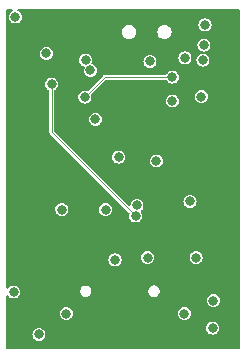
<source format=gbr>
%TF.GenerationSoftware,KiCad,Pcbnew,7.0.9-7.0.9~ubuntu22.04.1*%
%TF.CreationDate,2023-12-12T12:02:25+02:00*%
%TF.ProjectId,Haply_EE,4861706c-795f-4454-952e-6b696361645f,rev?*%
%TF.SameCoordinates,Original*%
%TF.FileFunction,Copper,L2,Inr*%
%TF.FilePolarity,Positive*%
%FSLAX46Y46*%
G04 Gerber Fmt 4.6, Leading zero omitted, Abs format (unit mm)*
G04 Created by KiCad (PCBNEW 7.0.9-7.0.9~ubuntu22.04.1) date 2023-12-12 12:02:25*
%MOMM*%
%LPD*%
G01*
G04 APERTURE LIST*
%TA.AperFunction,ViaPad*%
%ADD10C,0.800000*%
%TD*%
%TA.AperFunction,Conductor*%
%ADD11C,0.100000*%
%TD*%
G04 APERTURE END LIST*
D10*
%TO.N,/SCL*%
X137108600Y-98614200D03*
%TO.N,GND*%
X138060000Y-115534500D03*
X131195200Y-115711400D03*
X130400800Y-111462900D03*
X134687700Y-107328600D03*
X138805700Y-95822100D03*
X126688400Y-111451000D03*
X122744500Y-95145000D03*
X131500000Y-107000000D03*
X134145700Y-98902900D03*
X129104100Y-99677200D03*
X122616100Y-118423000D03*
X129522400Y-103801300D03*
X136042100Y-102250000D03*
X139512200Y-119159000D03*
X133952500Y-115534500D03*
X127058400Y-120258100D03*
X125380200Y-98234900D03*
X137061600Y-120258100D03*
X124741800Y-122018400D03*
%TO.N,VCC*%
X130000000Y-107000000D03*
X129000000Y-119500000D03*
%TO.N,/3V3*%
X138500000Y-101900000D03*
X138712500Y-97534200D03*
%TO.N,/EN*%
X138630000Y-98804200D03*
%TO.N,/GPIO_0*%
X137539500Y-110753800D03*
%TO.N,/CH_TX*%
X125834500Y-100836800D03*
X132948900Y-111988800D03*
%TO.N,/CH_RX*%
X133042000Y-111086800D03*
%TO.N,/SDA*%
X128694300Y-98792500D03*
%TO.N,Net-(Q1-D)*%
X139448400Y-121485600D03*
%TO.N,Net-(C5-Pad1)*%
X128635500Y-101936800D03*
X136042100Y-100242800D03*
%TD*%
D11*
%TO.N,/CH_TX*%
X125834500Y-104874400D02*
X132948900Y-111988800D01*
X125834500Y-100836800D02*
X125834500Y-104874400D01*
%TO.N,Net-(C5-Pad1)*%
X130329500Y-100242800D02*
X128635500Y-101936800D01*
X136042100Y-100242800D02*
X130329500Y-100242800D01*
%TD*%
%TA.AperFunction,Conductor*%
%TO.N,VCC*%
G36*
X122537479Y-94517813D02*
G01*
X122562789Y-94561650D01*
X122553999Y-94611500D01*
X122518231Y-94642867D01*
X122466876Y-94664138D01*
X122351879Y-94752379D01*
X122263638Y-94867376D01*
X122208169Y-95001291D01*
X122189250Y-95145000D01*
X122208169Y-95288708D01*
X122229928Y-95341239D01*
X122263639Y-95422625D01*
X122351879Y-95537621D01*
X122466875Y-95625861D01*
X122600791Y-95681330D01*
X122744500Y-95700250D01*
X122888209Y-95681330D01*
X123022125Y-95625861D01*
X123137121Y-95537621D01*
X123225361Y-95422625D01*
X123280830Y-95288709D01*
X123299750Y-95145000D01*
X123280830Y-95001291D01*
X123225361Y-94867375D01*
X123137121Y-94752379D01*
X123022125Y-94664139D01*
X122970768Y-94642866D01*
X122933448Y-94608670D01*
X122926841Y-94558484D01*
X122954038Y-94515792D01*
X122999087Y-94500500D01*
X141675500Y-94500500D01*
X141723066Y-94517813D01*
X141748376Y-94561650D01*
X141749500Y-94574500D01*
X141749500Y-123175500D01*
X141732187Y-123223066D01*
X141688350Y-123248376D01*
X141675500Y-123249500D01*
X122074500Y-123249500D01*
X122026934Y-123232187D01*
X122001624Y-123188350D01*
X122000500Y-123175500D01*
X122000500Y-122018400D01*
X124186550Y-122018400D01*
X124205469Y-122162108D01*
X124260938Y-122296023D01*
X124260939Y-122296025D01*
X124349179Y-122411021D01*
X124464175Y-122499261D01*
X124598091Y-122554730D01*
X124741800Y-122573650D01*
X124885509Y-122554730D01*
X125019425Y-122499261D01*
X125134421Y-122411021D01*
X125222661Y-122296025D01*
X125278130Y-122162109D01*
X125297050Y-122018400D01*
X125278130Y-121874691D01*
X125222661Y-121740775D01*
X125134421Y-121625779D01*
X125019425Y-121537539D01*
X125019423Y-121537538D01*
X124894033Y-121485600D01*
X138893150Y-121485600D01*
X138912069Y-121629308D01*
X138958240Y-121740775D01*
X138967539Y-121763225D01*
X139055779Y-121878221D01*
X139170775Y-121966461D01*
X139304691Y-122021930D01*
X139448400Y-122040850D01*
X139592109Y-122021930D01*
X139726025Y-121966461D01*
X139841021Y-121878221D01*
X139929261Y-121763225D01*
X139984730Y-121629309D01*
X140003650Y-121485600D01*
X139984730Y-121341891D01*
X139929261Y-121207975D01*
X139841021Y-121092979D01*
X139726025Y-121004739D01*
X139726023Y-121004738D01*
X139592108Y-120949269D01*
X139448400Y-120930350D01*
X139304691Y-120949269D01*
X139170776Y-121004738D01*
X139055779Y-121092979D01*
X138967538Y-121207976D01*
X138912069Y-121341891D01*
X138893150Y-121485600D01*
X124894033Y-121485600D01*
X124885508Y-121482069D01*
X124741800Y-121463150D01*
X124598091Y-121482069D01*
X124464176Y-121537538D01*
X124349179Y-121625779D01*
X124260938Y-121740776D01*
X124205469Y-121874691D01*
X124186550Y-122018400D01*
X122000500Y-122018400D01*
X122000500Y-120258100D01*
X126503150Y-120258100D01*
X126522069Y-120401808D01*
X126577538Y-120535723D01*
X126577539Y-120535725D01*
X126665779Y-120650721D01*
X126780775Y-120738961D01*
X126914691Y-120794430D01*
X127058400Y-120813350D01*
X127202109Y-120794430D01*
X127336025Y-120738961D01*
X127451021Y-120650721D01*
X127539261Y-120535725D01*
X127594730Y-120401809D01*
X127613650Y-120258100D01*
X136506350Y-120258100D01*
X136525269Y-120401808D01*
X136580738Y-120535723D01*
X136580739Y-120535725D01*
X136668979Y-120650721D01*
X136783975Y-120738961D01*
X136917891Y-120794430D01*
X137061600Y-120813350D01*
X137205309Y-120794430D01*
X137339225Y-120738961D01*
X137454221Y-120650721D01*
X137542461Y-120535725D01*
X137597930Y-120401809D01*
X137616850Y-120258100D01*
X137597930Y-120114391D01*
X137542461Y-119980475D01*
X137454221Y-119865479D01*
X137339225Y-119777239D01*
X137339223Y-119777238D01*
X137205308Y-119721769D01*
X137061600Y-119702850D01*
X136917891Y-119721769D01*
X136783976Y-119777238D01*
X136668979Y-119865479D01*
X136580738Y-119980476D01*
X136525269Y-120114391D01*
X136506350Y-120258100D01*
X127613650Y-120258100D01*
X127594730Y-120114391D01*
X127539261Y-119980475D01*
X127451021Y-119865479D01*
X127336025Y-119777239D01*
X127336023Y-119777238D01*
X127202108Y-119721769D01*
X127058400Y-119702850D01*
X126914691Y-119721769D01*
X126780776Y-119777238D01*
X126665779Y-119865479D01*
X126577538Y-119980476D01*
X126522069Y-120114391D01*
X126503150Y-120258100D01*
X122000500Y-120258100D01*
X122000500Y-119159000D01*
X138956950Y-119159000D01*
X138975869Y-119302708D01*
X139031338Y-119436623D01*
X139031339Y-119436625D01*
X139119579Y-119551621D01*
X139234575Y-119639861D01*
X139368491Y-119695330D01*
X139512200Y-119714250D01*
X139655909Y-119695330D01*
X139789825Y-119639861D01*
X139904821Y-119551621D01*
X139993061Y-119436625D01*
X140048530Y-119302709D01*
X140067450Y-119159000D01*
X140048530Y-119015291D01*
X139993061Y-118881375D01*
X139904821Y-118766379D01*
X139789825Y-118678139D01*
X139789823Y-118678138D01*
X139655908Y-118622669D01*
X139512200Y-118603750D01*
X139368491Y-118622669D01*
X139234576Y-118678138D01*
X139119579Y-118766379D01*
X139031338Y-118881376D01*
X138975869Y-119015291D01*
X138956950Y-119159000D01*
X122000500Y-119159000D01*
X122000500Y-118743026D01*
X122017813Y-118695460D01*
X122061650Y-118670150D01*
X122111500Y-118678940D01*
X122133208Y-118697977D01*
X122135237Y-118700622D01*
X122135239Y-118700625D01*
X122223479Y-118815621D01*
X122338475Y-118903861D01*
X122472391Y-118959330D01*
X122616100Y-118978250D01*
X122759809Y-118959330D01*
X122893725Y-118903861D01*
X123008721Y-118815621D01*
X123096961Y-118700625D01*
X123152430Y-118566709D01*
X123171170Y-118424369D01*
X128236500Y-118424369D01*
X128275021Y-118555560D01*
X128275022Y-118555561D01*
X128305991Y-118603750D01*
X128348662Y-118670150D01*
X128348945Y-118670589D01*
X128452282Y-118760130D01*
X128576658Y-118816931D01*
X128677989Y-118831500D01*
X128677995Y-118831500D01*
X128746005Y-118831500D01*
X128746011Y-118831500D01*
X128847342Y-118816931D01*
X128971718Y-118760130D01*
X129075055Y-118670589D01*
X129148978Y-118555561D01*
X129161818Y-118511829D01*
X129187500Y-118424369D01*
X134016500Y-118424369D01*
X134055021Y-118555560D01*
X134055022Y-118555561D01*
X134085991Y-118603750D01*
X134128662Y-118670150D01*
X134128945Y-118670589D01*
X134232282Y-118760130D01*
X134356658Y-118816931D01*
X134457989Y-118831500D01*
X134457995Y-118831500D01*
X134526005Y-118831500D01*
X134526011Y-118831500D01*
X134627342Y-118816931D01*
X134751718Y-118760130D01*
X134855055Y-118670589D01*
X134928978Y-118555561D01*
X134941818Y-118511829D01*
X134967500Y-118424369D01*
X134967500Y-118287630D01*
X134928978Y-118156439D01*
X134855055Y-118041411D01*
X134751718Y-117951870D01*
X134627342Y-117895069D01*
X134627340Y-117895068D01*
X134627339Y-117895068D01*
X134526015Y-117880500D01*
X134526011Y-117880500D01*
X134457989Y-117880500D01*
X134457984Y-117880500D01*
X134356660Y-117895068D01*
X134232280Y-117951871D01*
X134128942Y-118041414D01*
X134055023Y-118156437D01*
X134055021Y-118156439D01*
X134016500Y-118287630D01*
X134016500Y-118424369D01*
X129187500Y-118424369D01*
X129187500Y-118287630D01*
X129148978Y-118156439D01*
X129075055Y-118041411D01*
X128971718Y-117951870D01*
X128847342Y-117895069D01*
X128847340Y-117895068D01*
X128847339Y-117895068D01*
X128746015Y-117880500D01*
X128746011Y-117880500D01*
X128677989Y-117880500D01*
X128677984Y-117880500D01*
X128576660Y-117895068D01*
X128452280Y-117951871D01*
X128348942Y-118041414D01*
X128275023Y-118156437D01*
X128275021Y-118156439D01*
X128236500Y-118287630D01*
X128236500Y-118424369D01*
X123171170Y-118424369D01*
X123171350Y-118423000D01*
X123152430Y-118279291D01*
X123096961Y-118145375D01*
X123008721Y-118030379D01*
X122893725Y-117942139D01*
X122893723Y-117942138D01*
X122759808Y-117886669D01*
X122616100Y-117867750D01*
X122472391Y-117886669D01*
X122338476Y-117942138D01*
X122223479Y-118030379D01*
X122133208Y-118148022D01*
X122090516Y-118175219D01*
X122040330Y-118168612D01*
X122006133Y-118131291D01*
X122000500Y-118102973D01*
X122000500Y-115711400D01*
X130639950Y-115711400D01*
X130658869Y-115855108D01*
X130688697Y-115927120D01*
X130714339Y-115989025D01*
X130802579Y-116104021D01*
X130917575Y-116192261D01*
X131051491Y-116247730D01*
X131195200Y-116266650D01*
X131338909Y-116247730D01*
X131472825Y-116192261D01*
X131587821Y-116104021D01*
X131676061Y-115989025D01*
X131731530Y-115855109D01*
X131750450Y-115711400D01*
X131731530Y-115567691D01*
X131717782Y-115534500D01*
X133397250Y-115534500D01*
X133416169Y-115678208D01*
X133471638Y-115812123D01*
X133471639Y-115812125D01*
X133559879Y-115927121D01*
X133674875Y-116015361D01*
X133808791Y-116070830D01*
X133952500Y-116089750D01*
X134096209Y-116070830D01*
X134230125Y-116015361D01*
X134345121Y-115927121D01*
X134433361Y-115812125D01*
X134488830Y-115678209D01*
X134507750Y-115534500D01*
X137504750Y-115534500D01*
X137523669Y-115678208D01*
X137579138Y-115812123D01*
X137579139Y-115812125D01*
X137667379Y-115927121D01*
X137782375Y-116015361D01*
X137916291Y-116070830D01*
X138060000Y-116089750D01*
X138203709Y-116070830D01*
X138337625Y-116015361D01*
X138452621Y-115927121D01*
X138540861Y-115812125D01*
X138596330Y-115678209D01*
X138615250Y-115534500D01*
X138596330Y-115390791D01*
X138540861Y-115256875D01*
X138452621Y-115141879D01*
X138337625Y-115053639D01*
X138337623Y-115053638D01*
X138203708Y-114998169D01*
X138060000Y-114979250D01*
X137916291Y-114998169D01*
X137782376Y-115053638D01*
X137667379Y-115141879D01*
X137579138Y-115256876D01*
X137523669Y-115390791D01*
X137504750Y-115534500D01*
X134507750Y-115534500D01*
X134488830Y-115390791D01*
X134433361Y-115256875D01*
X134345121Y-115141879D01*
X134230125Y-115053639D01*
X134230123Y-115053638D01*
X134096208Y-114998169D01*
X133952500Y-114979250D01*
X133808791Y-114998169D01*
X133674876Y-115053638D01*
X133559879Y-115141879D01*
X133471638Y-115256876D01*
X133416169Y-115390791D01*
X133397250Y-115534500D01*
X131717782Y-115534500D01*
X131676061Y-115433775D01*
X131587821Y-115318779D01*
X131472825Y-115230539D01*
X131472823Y-115230538D01*
X131338908Y-115175069D01*
X131195200Y-115156150D01*
X131051491Y-115175069D01*
X130917576Y-115230538D01*
X130802579Y-115318779D01*
X130714338Y-115433776D01*
X130658869Y-115567691D01*
X130639950Y-115711400D01*
X122000500Y-115711400D01*
X122000500Y-111451000D01*
X126133150Y-111451000D01*
X126152069Y-111594708D01*
X126156999Y-111606609D01*
X126207539Y-111728625D01*
X126295779Y-111843621D01*
X126410775Y-111931861D01*
X126544691Y-111987330D01*
X126688400Y-112006250D01*
X126832109Y-111987330D01*
X126966025Y-111931861D01*
X127081021Y-111843621D01*
X127169261Y-111728625D01*
X127224730Y-111594709D01*
X127242083Y-111462900D01*
X129845550Y-111462900D01*
X129864469Y-111606608D01*
X129872652Y-111626363D01*
X129919939Y-111740525D01*
X130008179Y-111855521D01*
X130123175Y-111943761D01*
X130257091Y-111999230D01*
X130400800Y-112018150D01*
X130544509Y-111999230D01*
X130678425Y-111943761D01*
X130793421Y-111855521D01*
X130881661Y-111740525D01*
X130937130Y-111606609D01*
X130956050Y-111462900D01*
X130937130Y-111319191D01*
X130881661Y-111185275D01*
X130793421Y-111070279D01*
X130678425Y-110982039D01*
X130678423Y-110982038D01*
X130544508Y-110926569D01*
X130400800Y-110907650D01*
X130257091Y-110926569D01*
X130123176Y-110982038D01*
X130008179Y-111070279D01*
X129919938Y-111185276D01*
X129864469Y-111319191D01*
X129845550Y-111462900D01*
X127242083Y-111462900D01*
X127243650Y-111451000D01*
X127224730Y-111307291D01*
X127169261Y-111173375D01*
X127081021Y-111058379D01*
X126966025Y-110970139D01*
X126966023Y-110970138D01*
X126832108Y-110914669D01*
X126688400Y-110895750D01*
X126544691Y-110914669D01*
X126410776Y-110970138D01*
X126295779Y-111058379D01*
X126207538Y-111173376D01*
X126152069Y-111307291D01*
X126133150Y-111451000D01*
X122000500Y-111451000D01*
X122000500Y-100836800D01*
X125279250Y-100836800D01*
X125298169Y-100980508D01*
X125353638Y-101114423D01*
X125353639Y-101114425D01*
X125441879Y-101229421D01*
X125556875Y-101317661D01*
X125588319Y-101330685D01*
X125625638Y-101364880D01*
X125634000Y-101399051D01*
X125634000Y-104827764D01*
X125630431Y-104848772D01*
X125630138Y-104851376D01*
X125633767Y-104883590D01*
X125634000Y-104887735D01*
X125634000Y-104896991D01*
X125636057Y-104906008D01*
X125636752Y-104910098D01*
X125640383Y-104942323D01*
X125641243Y-104944780D01*
X125648084Y-104961294D01*
X125649208Y-104963629D01*
X125669428Y-104988984D01*
X125671828Y-104992366D01*
X125676752Y-105000201D01*
X125683292Y-105006741D01*
X125686058Y-105009837D01*
X125706274Y-105035186D01*
X125706276Y-105035188D01*
X125706277Y-105035188D01*
X125708338Y-105036832D01*
X125725704Y-105049153D01*
X132409553Y-111733002D01*
X132430945Y-111778878D01*
X132425595Y-111813645D01*
X132412569Y-111845093D01*
X132393650Y-111988800D01*
X132412569Y-112132508D01*
X132468038Y-112266423D01*
X132468039Y-112266425D01*
X132556279Y-112381421D01*
X132671275Y-112469661D01*
X132805191Y-112525130D01*
X132948900Y-112544050D01*
X133092609Y-112525130D01*
X133226525Y-112469661D01*
X133341521Y-112381421D01*
X133429761Y-112266425D01*
X133485230Y-112132509D01*
X133504150Y-111988800D01*
X133485230Y-111845091D01*
X133429761Y-111711175D01*
X133364680Y-111626360D01*
X133349459Y-111578087D01*
X133368830Y-111531321D01*
X133378338Y-111522608D01*
X133434621Y-111479421D01*
X133522861Y-111364425D01*
X133578330Y-111230509D01*
X133597250Y-111086800D01*
X133578330Y-110943091D01*
X133522861Y-110809175D01*
X133480370Y-110753800D01*
X136984250Y-110753800D01*
X137003169Y-110897508D01*
X137038183Y-110982039D01*
X137058639Y-111031425D01*
X137146879Y-111146421D01*
X137261875Y-111234661D01*
X137395791Y-111290130D01*
X137539500Y-111309050D01*
X137683209Y-111290130D01*
X137817125Y-111234661D01*
X137932121Y-111146421D01*
X138020361Y-111031425D01*
X138075830Y-110897509D01*
X138094750Y-110753800D01*
X138075830Y-110610091D01*
X138020361Y-110476175D01*
X137932121Y-110361179D01*
X137817125Y-110272939D01*
X137817123Y-110272938D01*
X137683208Y-110217469D01*
X137539500Y-110198550D01*
X137395791Y-110217469D01*
X137261876Y-110272938D01*
X137146879Y-110361179D01*
X137058638Y-110476176D01*
X137003169Y-110610091D01*
X136984250Y-110753800D01*
X133480370Y-110753800D01*
X133434621Y-110694179D01*
X133319625Y-110605939D01*
X133319623Y-110605938D01*
X133185708Y-110550469D01*
X133042000Y-110531550D01*
X132898291Y-110550469D01*
X132764376Y-110605938D01*
X132649379Y-110694179D01*
X132561138Y-110809176D01*
X132505669Y-110943091D01*
X132488153Y-111076144D01*
X132464780Y-111121044D01*
X132418014Y-111140415D01*
X132369738Y-111125193D01*
X132362460Y-111118811D01*
X128243649Y-107000000D01*
X130944750Y-107000000D01*
X130963669Y-107143708D01*
X131019138Y-107277623D01*
X131019139Y-107277625D01*
X131107379Y-107392621D01*
X131222375Y-107480861D01*
X131356291Y-107536330D01*
X131500000Y-107555250D01*
X131643709Y-107536330D01*
X131777625Y-107480861D01*
X131892621Y-107392621D01*
X131941746Y-107328600D01*
X134132450Y-107328600D01*
X134151369Y-107472308D01*
X134206838Y-107606223D01*
X134206839Y-107606225D01*
X134295079Y-107721221D01*
X134410075Y-107809461D01*
X134543991Y-107864930D01*
X134687700Y-107883850D01*
X134831409Y-107864930D01*
X134965325Y-107809461D01*
X135080321Y-107721221D01*
X135168561Y-107606225D01*
X135224030Y-107472309D01*
X135242950Y-107328600D01*
X135224030Y-107184891D01*
X135168561Y-107050975D01*
X135080321Y-106935979D01*
X134965325Y-106847739D01*
X134965323Y-106847738D01*
X134831408Y-106792269D01*
X134687700Y-106773350D01*
X134543991Y-106792269D01*
X134410076Y-106847738D01*
X134295079Y-106935979D01*
X134206838Y-107050976D01*
X134151369Y-107184891D01*
X134132450Y-107328600D01*
X131941746Y-107328600D01*
X131980861Y-107277625D01*
X132036330Y-107143709D01*
X132055250Y-107000000D01*
X132036330Y-106856291D01*
X131980861Y-106722375D01*
X131892621Y-106607379D01*
X131777625Y-106519139D01*
X131777623Y-106519138D01*
X131643708Y-106463669D01*
X131500000Y-106444750D01*
X131356291Y-106463669D01*
X131222376Y-106519138D01*
X131107379Y-106607379D01*
X131019138Y-106722376D01*
X130963669Y-106856291D01*
X130944750Y-107000000D01*
X128243649Y-107000000D01*
X126056674Y-104813025D01*
X126035282Y-104767149D01*
X126035000Y-104760699D01*
X126035000Y-103801300D01*
X128967150Y-103801300D01*
X128986069Y-103945008D01*
X129041538Y-104078923D01*
X129041539Y-104078925D01*
X129129779Y-104193921D01*
X129244775Y-104282161D01*
X129378691Y-104337630D01*
X129522400Y-104356550D01*
X129666109Y-104337630D01*
X129800025Y-104282161D01*
X129915021Y-104193921D01*
X130003261Y-104078925D01*
X130058730Y-103945009D01*
X130077650Y-103801300D01*
X130058730Y-103657591D01*
X130003261Y-103523675D01*
X129915021Y-103408679D01*
X129800025Y-103320439D01*
X129800023Y-103320438D01*
X129666108Y-103264969D01*
X129522400Y-103246050D01*
X129378691Y-103264969D01*
X129244776Y-103320438D01*
X129129779Y-103408679D01*
X129041538Y-103523676D01*
X128986069Y-103657591D01*
X128967150Y-103801300D01*
X126035000Y-103801300D01*
X126035000Y-101936800D01*
X128080250Y-101936800D01*
X128099169Y-102080508D01*
X128109849Y-102106291D01*
X128154639Y-102214425D01*
X128242879Y-102329421D01*
X128357875Y-102417661D01*
X128491791Y-102473130D01*
X128635500Y-102492050D01*
X128779209Y-102473130D01*
X128913125Y-102417661D01*
X129028121Y-102329421D01*
X129089063Y-102250000D01*
X135486850Y-102250000D01*
X135505769Y-102393708D01*
X135561238Y-102527623D01*
X135561239Y-102527625D01*
X135649479Y-102642621D01*
X135764475Y-102730861D01*
X135898391Y-102786330D01*
X136042100Y-102805250D01*
X136185809Y-102786330D01*
X136319725Y-102730861D01*
X136434721Y-102642621D01*
X136522961Y-102527625D01*
X136578430Y-102393709D01*
X136597350Y-102250000D01*
X136578430Y-102106291D01*
X136522961Y-101972375D01*
X136467425Y-101900000D01*
X137944750Y-101900000D01*
X137963669Y-102043708D01*
X137989592Y-102106291D01*
X138019139Y-102177625D01*
X138107379Y-102292621D01*
X138222375Y-102380861D01*
X138356291Y-102436330D01*
X138500000Y-102455250D01*
X138643709Y-102436330D01*
X138777625Y-102380861D01*
X138892621Y-102292621D01*
X138980861Y-102177625D01*
X139036330Y-102043709D01*
X139055250Y-101900000D01*
X139036330Y-101756291D01*
X138980861Y-101622375D01*
X138892621Y-101507379D01*
X138777625Y-101419139D01*
X138777623Y-101419138D01*
X138643708Y-101363669D01*
X138500000Y-101344750D01*
X138356291Y-101363669D01*
X138222376Y-101419138D01*
X138107379Y-101507379D01*
X138019138Y-101622376D01*
X137963669Y-101756291D01*
X137944750Y-101900000D01*
X136467425Y-101900000D01*
X136434721Y-101857379D01*
X136319725Y-101769139D01*
X136319723Y-101769138D01*
X136185808Y-101713669D01*
X136042100Y-101694750D01*
X135898391Y-101713669D01*
X135764476Y-101769138D01*
X135649479Y-101857379D01*
X135561238Y-101972376D01*
X135505769Y-102106291D01*
X135486850Y-102250000D01*
X129089063Y-102250000D01*
X129116361Y-102214425D01*
X129171830Y-102080509D01*
X129190750Y-101936800D01*
X129171830Y-101793091D01*
X129158805Y-101761646D01*
X129156597Y-101711075D01*
X129174844Y-101681003D01*
X130390876Y-100464974D01*
X130436753Y-100443582D01*
X130443202Y-100443300D01*
X135479848Y-100443300D01*
X135527414Y-100460613D01*
X135548213Y-100488978D01*
X135561239Y-100520425D01*
X135649479Y-100635421D01*
X135764475Y-100723661D01*
X135898391Y-100779130D01*
X136042100Y-100798050D01*
X136185809Y-100779130D01*
X136319725Y-100723661D01*
X136434721Y-100635421D01*
X136522961Y-100520425D01*
X136578430Y-100386509D01*
X136597350Y-100242800D01*
X136578430Y-100099091D01*
X136522961Y-99965175D01*
X136434721Y-99850179D01*
X136319725Y-99761939D01*
X136319723Y-99761938D01*
X136185808Y-99706469D01*
X136042100Y-99687550D01*
X135898391Y-99706469D01*
X135764476Y-99761938D01*
X135649479Y-99850179D01*
X135561239Y-99965174D01*
X135557495Y-99974211D01*
X135548214Y-99996620D01*
X135514018Y-100033938D01*
X135479848Y-100042300D01*
X130376138Y-100042300D01*
X130355133Y-100038731D01*
X130352526Y-100038437D01*
X130352524Y-100038437D01*
X130320303Y-100042067D01*
X130316158Y-100042300D01*
X130306907Y-100042300D01*
X130297890Y-100044357D01*
X130293803Y-100045051D01*
X130261575Y-100048683D01*
X130259133Y-100049538D01*
X130242613Y-100056381D01*
X130240266Y-100057511D01*
X130214913Y-100077727D01*
X130211534Y-100080125D01*
X130203703Y-100085047D01*
X130203695Y-100085053D01*
X130197149Y-100091599D01*
X130194057Y-100094362D01*
X130168712Y-100114575D01*
X130167083Y-100116618D01*
X130154748Y-100134001D01*
X128891296Y-101397453D01*
X128845420Y-101418845D01*
X128810652Y-101413494D01*
X128779208Y-101400469D01*
X128635500Y-101381550D01*
X128491791Y-101400469D01*
X128357876Y-101455938D01*
X128242879Y-101544179D01*
X128154638Y-101659176D01*
X128099169Y-101793091D01*
X128080250Y-101936800D01*
X126035000Y-101936800D01*
X126035000Y-101399051D01*
X126052313Y-101351485D01*
X126080679Y-101330685D01*
X126112125Y-101317661D01*
X126227121Y-101229421D01*
X126315361Y-101114425D01*
X126370830Y-100980509D01*
X126389750Y-100836800D01*
X126370830Y-100693091D01*
X126315361Y-100559175D01*
X126227121Y-100444179D01*
X126112125Y-100355939D01*
X126112123Y-100355938D01*
X125978208Y-100300469D01*
X125834500Y-100281550D01*
X125690791Y-100300469D01*
X125556876Y-100355938D01*
X125441879Y-100444179D01*
X125353638Y-100559176D01*
X125298169Y-100693091D01*
X125279250Y-100836800D01*
X122000500Y-100836800D01*
X122000500Y-98792500D01*
X128139050Y-98792500D01*
X128157969Y-98936208D01*
X128187218Y-99006821D01*
X128213439Y-99070125D01*
X128301679Y-99185121D01*
X128416675Y-99273361D01*
X128550591Y-99328830D01*
X128551652Y-99328969D01*
X128552226Y-99329268D01*
X128555280Y-99330087D01*
X128555098Y-99330763D01*
X128596553Y-99352339D01*
X128615927Y-99399103D01*
X128610365Y-99430655D01*
X128567769Y-99533491D01*
X128548850Y-99677200D01*
X128567769Y-99820908D01*
X128623238Y-99954823D01*
X128623239Y-99954825D01*
X128711479Y-100069821D01*
X128826475Y-100158061D01*
X128960391Y-100213530D01*
X129104100Y-100232450D01*
X129247809Y-100213530D01*
X129381725Y-100158061D01*
X129496721Y-100069821D01*
X129584961Y-99954825D01*
X129640430Y-99820909D01*
X129659350Y-99677200D01*
X129640430Y-99533491D01*
X129584961Y-99399575D01*
X129496721Y-99284579D01*
X129381725Y-99196339D01*
X129247809Y-99140870D01*
X129247808Y-99140869D01*
X129247806Y-99140869D01*
X129246736Y-99140728D01*
X129246158Y-99140427D01*
X129243120Y-99139613D01*
X129243300Y-99138939D01*
X129201839Y-99117351D01*
X129182472Y-99070583D01*
X129188035Y-99039044D01*
X129201382Y-99006820D01*
X129230630Y-98936209D01*
X129235015Y-98902900D01*
X133590450Y-98902900D01*
X133609369Y-99046608D01*
X133664838Y-99180523D01*
X133664839Y-99180525D01*
X133753079Y-99295521D01*
X133868075Y-99383761D01*
X134001991Y-99439230D01*
X134145700Y-99458150D01*
X134289409Y-99439230D01*
X134423325Y-99383761D01*
X134538321Y-99295521D01*
X134626561Y-99180525D01*
X134682030Y-99046609D01*
X134700950Y-98902900D01*
X134682030Y-98759191D01*
X134626561Y-98625275D01*
X134618063Y-98614200D01*
X136553350Y-98614200D01*
X136572269Y-98757908D01*
X136591444Y-98804200D01*
X136627739Y-98891825D01*
X136715979Y-99006821D01*
X136830975Y-99095061D01*
X136964891Y-99150530D01*
X137108600Y-99169450D01*
X137252309Y-99150530D01*
X137386225Y-99095061D01*
X137501221Y-99006821D01*
X137589461Y-98891825D01*
X137625756Y-98804200D01*
X138074750Y-98804200D01*
X138093669Y-98947908D01*
X138134552Y-99046608D01*
X138149139Y-99081825D01*
X138237379Y-99196821D01*
X138352375Y-99285061D01*
X138486291Y-99340530D01*
X138630000Y-99359450D01*
X138773709Y-99340530D01*
X138907625Y-99285061D01*
X139022621Y-99196821D01*
X139110861Y-99081825D01*
X139166330Y-98947909D01*
X139185250Y-98804200D01*
X139166330Y-98660491D01*
X139110861Y-98526575D01*
X139022621Y-98411579D01*
X138907625Y-98323339D01*
X138907623Y-98323338D01*
X138773708Y-98267869D01*
X138630000Y-98248950D01*
X138486291Y-98267869D01*
X138352376Y-98323338D01*
X138237379Y-98411579D01*
X138149138Y-98526576D01*
X138093669Y-98660491D01*
X138074750Y-98804200D01*
X137625756Y-98804200D01*
X137644930Y-98757909D01*
X137663850Y-98614200D01*
X137644930Y-98470491D01*
X137589461Y-98336575D01*
X137501221Y-98221579D01*
X137386225Y-98133339D01*
X137386223Y-98133338D01*
X137252308Y-98077869D01*
X137108600Y-98058950D01*
X136964891Y-98077869D01*
X136830976Y-98133338D01*
X136715979Y-98221579D01*
X136627738Y-98336576D01*
X136572269Y-98470491D01*
X136553350Y-98614200D01*
X134618063Y-98614200D01*
X134538321Y-98510279D01*
X134423325Y-98422039D01*
X134423323Y-98422038D01*
X134289408Y-98366569D01*
X134145700Y-98347650D01*
X134001991Y-98366569D01*
X133868076Y-98422038D01*
X133753079Y-98510279D01*
X133664838Y-98625276D01*
X133609369Y-98759191D01*
X133590450Y-98902900D01*
X129235015Y-98902900D01*
X129249550Y-98792500D01*
X129230630Y-98648791D01*
X129175161Y-98514875D01*
X129086921Y-98399879D01*
X128971925Y-98311639D01*
X128971923Y-98311638D01*
X128838008Y-98256169D01*
X128694300Y-98237250D01*
X128550591Y-98256169D01*
X128416676Y-98311638D01*
X128301679Y-98399879D01*
X128213438Y-98514876D01*
X128157969Y-98648791D01*
X128139050Y-98792500D01*
X122000500Y-98792500D01*
X122000500Y-98234900D01*
X124824950Y-98234900D01*
X124843869Y-98378608D01*
X124861859Y-98422039D01*
X124899339Y-98512525D01*
X124987579Y-98627521D01*
X125102575Y-98715761D01*
X125236491Y-98771230D01*
X125380200Y-98790150D01*
X125523909Y-98771230D01*
X125657825Y-98715761D01*
X125772821Y-98627521D01*
X125861061Y-98512525D01*
X125916530Y-98378609D01*
X125935450Y-98234900D01*
X125916530Y-98091191D01*
X125861061Y-97957275D01*
X125772821Y-97842279D01*
X125657825Y-97754039D01*
X125657823Y-97754038D01*
X125523908Y-97698569D01*
X125380200Y-97679650D01*
X125236491Y-97698569D01*
X125102576Y-97754038D01*
X124987579Y-97842279D01*
X124899338Y-97957276D01*
X124843869Y-98091191D01*
X124824950Y-98234900D01*
X122000500Y-98234900D01*
X122000500Y-97534200D01*
X138157250Y-97534200D01*
X138176169Y-97677908D01*
X138231638Y-97811823D01*
X138231639Y-97811825D01*
X138319879Y-97926821D01*
X138434875Y-98015061D01*
X138568791Y-98070530D01*
X138712500Y-98089450D01*
X138856209Y-98070530D01*
X138990125Y-98015061D01*
X139105121Y-97926821D01*
X139193361Y-97811825D01*
X139248830Y-97677909D01*
X139267750Y-97534200D01*
X139248830Y-97390491D01*
X139193361Y-97256575D01*
X139105121Y-97141579D01*
X138990125Y-97053339D01*
X138990123Y-97053338D01*
X138856208Y-96997869D01*
X138712500Y-96978950D01*
X138568791Y-96997869D01*
X138434876Y-97053338D01*
X138319879Y-97141579D01*
X138231638Y-97256576D01*
X138176169Y-97390491D01*
X138157250Y-97534200D01*
X122000500Y-97534200D01*
X122000500Y-96415000D01*
X131769318Y-96415000D01*
X131789955Y-96571760D01*
X131789955Y-96571761D01*
X131850464Y-96717841D01*
X131946715Y-96843279D01*
X131946720Y-96843284D01*
X132030345Y-96907451D01*
X132072159Y-96939536D01*
X132218238Y-97000044D01*
X132335639Y-97015500D01*
X132335641Y-97015500D01*
X132414359Y-97015500D01*
X132414361Y-97015500D01*
X132531762Y-97000044D01*
X132677841Y-96939536D01*
X132803282Y-96843282D01*
X132899536Y-96717841D01*
X132960044Y-96571762D01*
X132980682Y-96415000D01*
X134769318Y-96415000D01*
X134789955Y-96571760D01*
X134789955Y-96571761D01*
X134850464Y-96717841D01*
X134946715Y-96843279D01*
X134946720Y-96843284D01*
X135030345Y-96907451D01*
X135072159Y-96939536D01*
X135218238Y-97000044D01*
X135335639Y-97015500D01*
X135335641Y-97015500D01*
X135414359Y-97015500D01*
X135414361Y-97015500D01*
X135531762Y-97000044D01*
X135677841Y-96939536D01*
X135803282Y-96843282D01*
X135899536Y-96717841D01*
X135960044Y-96571762D01*
X135980682Y-96415000D01*
X135960044Y-96258238D01*
X135899536Y-96112159D01*
X135803282Y-95986718D01*
X135803279Y-95986715D01*
X135677841Y-95890464D01*
X135531761Y-95829955D01*
X135472096Y-95822100D01*
X138250450Y-95822100D01*
X138269369Y-95965808D01*
X138278031Y-95986720D01*
X138324839Y-96099725D01*
X138413079Y-96214721D01*
X138528075Y-96302961D01*
X138661991Y-96358430D01*
X138805700Y-96377350D01*
X138949409Y-96358430D01*
X139083325Y-96302961D01*
X139198321Y-96214721D01*
X139286561Y-96099725D01*
X139342030Y-95965809D01*
X139360950Y-95822100D01*
X139342030Y-95678391D01*
X139286561Y-95544475D01*
X139198321Y-95429479D01*
X139083325Y-95341239D01*
X139083323Y-95341238D01*
X138949408Y-95285769D01*
X138805700Y-95266850D01*
X138661991Y-95285769D01*
X138528076Y-95341238D01*
X138413079Y-95429479D01*
X138324838Y-95544476D01*
X138269369Y-95678391D01*
X138250450Y-95822100D01*
X135472096Y-95822100D01*
X135441675Y-95818095D01*
X135414361Y-95814500D01*
X135335639Y-95814500D01*
X135311171Y-95817721D01*
X135218238Y-95829955D01*
X135072158Y-95890464D01*
X134946720Y-95986715D01*
X134946715Y-95986720D01*
X134850464Y-96112158D01*
X134789955Y-96258238D01*
X134789955Y-96258239D01*
X134769318Y-96415000D01*
X132980682Y-96415000D01*
X132960044Y-96258238D01*
X132899536Y-96112159D01*
X132803282Y-95986718D01*
X132803279Y-95986715D01*
X132677841Y-95890464D01*
X132531761Y-95829955D01*
X132441675Y-95818095D01*
X132414361Y-95814500D01*
X132335639Y-95814500D01*
X132311171Y-95817721D01*
X132218238Y-95829955D01*
X132072158Y-95890464D01*
X131946720Y-95986715D01*
X131946715Y-95986720D01*
X131850464Y-96112158D01*
X131789955Y-96258238D01*
X131789955Y-96258239D01*
X131769318Y-96415000D01*
X122000500Y-96415000D01*
X122000500Y-94574500D01*
X122017813Y-94526934D01*
X122061650Y-94501624D01*
X122074500Y-94500500D01*
X122249901Y-94500500D01*
X122489913Y-94500500D01*
X122537479Y-94517813D01*
G37*
%TD.AperFunction*%
%TD*%
M02*

</source>
